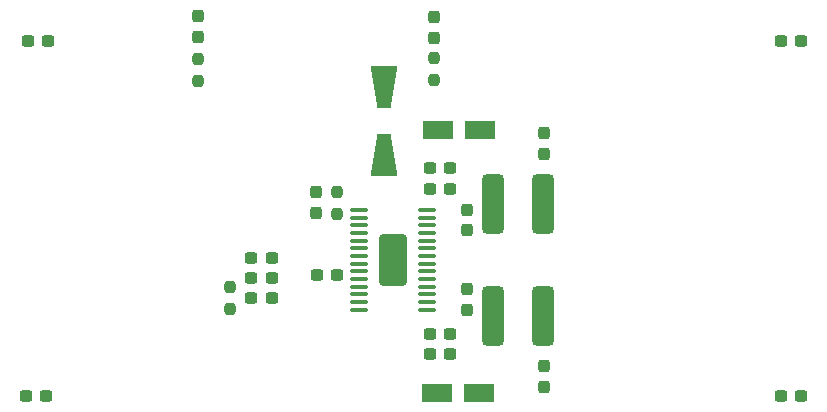
<source format=gtp>
G04 #@! TF.GenerationSoftware,KiCad,Pcbnew,7.0.2*
G04 #@! TF.CreationDate,2023-11-21T13:08:24+01:00*
G04 #@! TF.ProjectId,ZDG_ELEKTRONIKA_D-class_AMP,5a44475f-454c-4454-9b54-524f4e494b41,rev?*
G04 #@! TF.SameCoordinates,Original*
G04 #@! TF.FileFunction,Paste,Top*
G04 #@! TF.FilePolarity,Positive*
%FSLAX46Y46*%
G04 Gerber Fmt 4.6, Leading zero omitted, Abs format (unit mm)*
G04 Created by KiCad (PCBNEW 7.0.2) date 2023-11-21 13:08:24*
%MOMM*%
%LPD*%
G01*
G04 APERTURE LIST*
G04 Aperture macros list*
%AMRoundRect*
0 Rectangle with rounded corners*
0 $1 Rounding radius*
0 $2 $3 $4 $5 $6 $7 $8 $9 X,Y pos of 4 corners*
0 Add a 4 corners polygon primitive as box body*
4,1,4,$2,$3,$4,$5,$6,$7,$8,$9,$2,$3,0*
0 Add four circle primitives for the rounded corners*
1,1,$1+$1,$2,$3*
1,1,$1+$1,$4,$5*
1,1,$1+$1,$6,$7*
1,1,$1+$1,$8,$9*
0 Add four rect primitives between the rounded corners*
20,1,$1+$1,$2,$3,$4,$5,0*
20,1,$1+$1,$4,$5,$6,$7,0*
20,1,$1+$1,$6,$7,$8,$9,0*
20,1,$1+$1,$8,$9,$2,$3,0*%
%AMOutline4P*
0 Free polygon, 4 corners , with rotation*
0 The origin of the aperture is its center*
0 number of corners: always 4*
0 $1 to $8 corner X, Y*
0 $9 Rotation angle, in degrees counterclockwise*
0 create outline with 4 corners*
4,1,4,$1,$2,$3,$4,$5,$6,$7,$8,$1,$2,$9*%
G04 Aperture macros list end*
%ADD10RoundRect,0.250000X-1.050000X-0.550000X1.050000X-0.550000X1.050000X0.550000X-1.050000X0.550000X0*%
%ADD11RoundRect,0.475000X-0.475000X-2.075000X0.475000X-2.075000X0.475000X2.075000X-0.475000X2.075000X0*%
%ADD12Outline4P,-1.800000X-1.150000X1.800000X-0.550000X1.800000X0.550000X-1.800000X1.150000X270.000000*%
%ADD13Outline4P,-1.800000X-1.150000X1.800000X-0.550000X1.800000X0.550000X-1.800000X1.150000X90.000000*%
%ADD14RoundRect,0.237500X0.300000X0.237500X-0.300000X0.237500X-0.300000X-0.237500X0.300000X-0.237500X0*%
%ADD15RoundRect,0.237500X-0.237500X0.300000X-0.237500X-0.300000X0.237500X-0.300000X0.237500X0.300000X0*%
%ADD16RoundRect,0.237500X-0.237500X0.250000X-0.237500X-0.250000X0.237500X-0.250000X0.237500X0.250000X0*%
%ADD17RoundRect,0.237500X-0.300000X-0.237500X0.300000X-0.237500X0.300000X0.237500X-0.300000X0.237500X0*%
%ADD18RoundRect,0.237500X-0.237500X0.287500X-0.237500X-0.287500X0.237500X-0.287500X0.237500X0.287500X0*%
%ADD19RoundRect,0.237500X0.237500X-0.300000X0.237500X0.300000X-0.237500X0.300000X-0.237500X-0.300000X0*%
%ADD20RoundRect,0.250001X-0.899999X-1.924999X0.899999X-1.924999X0.899999X1.924999X-0.899999X1.924999X0*%
%ADD21RoundRect,0.100000X-0.637500X-0.100000X0.637500X-0.100000X0.637500X0.100000X-0.637500X0.100000X0*%
G04 APERTURE END LIST*
D10*
X43012500Y-11475000D03*
X46612500Y-11475000D03*
D11*
X47750000Y-27250000D03*
X51950000Y-27250000D03*
D12*
X38500000Y-7850000D03*
D13*
X38500000Y-13650000D03*
D14*
X34525000Y-23800000D03*
X32800000Y-23800000D03*
D15*
X52000000Y-31525000D03*
X52000000Y-33250000D03*
D16*
X42750000Y-5425000D03*
X42750000Y-7250000D03*
D15*
X52000000Y-11775000D03*
X52000000Y-13500000D03*
D14*
X28975000Y-22300000D03*
X27250000Y-22300000D03*
D15*
X45500000Y-25000000D03*
X45500000Y-26725000D03*
D17*
X42362500Y-30500000D03*
X44087500Y-30500000D03*
X27250000Y-25750000D03*
X28975000Y-25750000D03*
D18*
X32750000Y-16787500D03*
X32750000Y-18537500D03*
D17*
X42362500Y-16475000D03*
X44087500Y-16475000D03*
D16*
X34500000Y-16750000D03*
X34500000Y-18575000D03*
D10*
X42950000Y-33750000D03*
X46550000Y-33750000D03*
D18*
X42750000Y-1925000D03*
X42750000Y-3675000D03*
D17*
X8300000Y-4000000D03*
X10025000Y-4000000D03*
D19*
X45500000Y-20000000D03*
X45500000Y-18275000D03*
D16*
X25450000Y-24825000D03*
X25450000Y-26650000D03*
X22750000Y-5500000D03*
X22750000Y-7325000D03*
D14*
X9900000Y-34000000D03*
X8175000Y-34000000D03*
D18*
X22750000Y-1875000D03*
X22750000Y-3625000D03*
D20*
X39250000Y-22500000D03*
D21*
X36387500Y-18275000D03*
X36387500Y-18925000D03*
X36387500Y-19575000D03*
X36387500Y-20225000D03*
X36387500Y-20875000D03*
X36387500Y-21525000D03*
X36387500Y-22175000D03*
X36387500Y-22825000D03*
X36387500Y-23475000D03*
X36387500Y-24125000D03*
X36387500Y-24775000D03*
X36387500Y-25425000D03*
X36387500Y-26075000D03*
X36387500Y-26725000D03*
X42112500Y-26725000D03*
X42112500Y-26075000D03*
X42112500Y-25425000D03*
X42112500Y-24775000D03*
X42112500Y-24125000D03*
X42112500Y-23475000D03*
X42112500Y-22825000D03*
X42112500Y-22175000D03*
X42112500Y-21525000D03*
X42112500Y-20875000D03*
X42112500Y-20225000D03*
X42112500Y-19575000D03*
X42112500Y-18925000D03*
X42112500Y-18275000D03*
D17*
X27250000Y-24000000D03*
X28975000Y-24000000D03*
D11*
X47750000Y-17750000D03*
X51950000Y-17750000D03*
D17*
X72075000Y-4000000D03*
X73800000Y-4000000D03*
X42362500Y-14725000D03*
X44087500Y-14725000D03*
X42362500Y-28750000D03*
X44087500Y-28750000D03*
X72075000Y-34000000D03*
X73800000Y-34000000D03*
M02*

</source>
